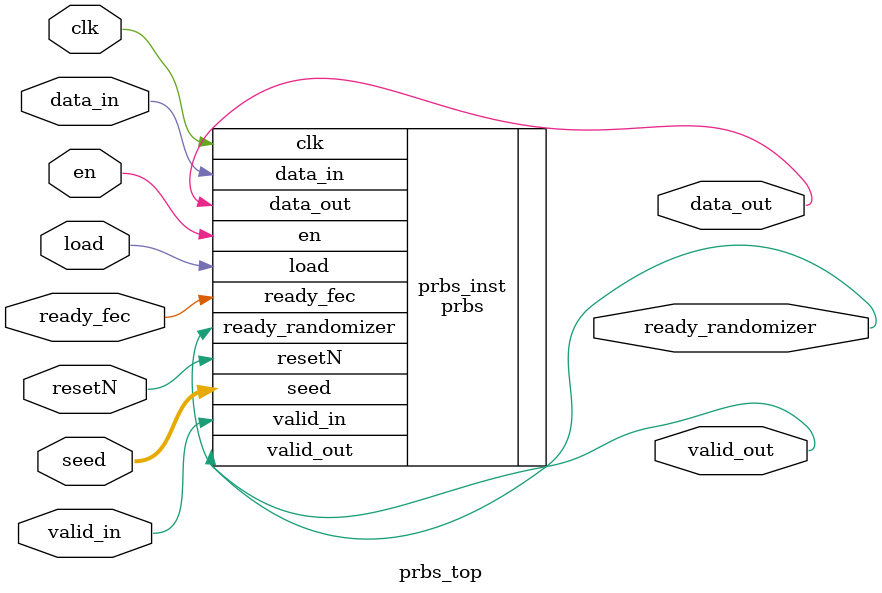
<source format=sv>
module prbs_top(
    input  logic        clk,
    input  logic        resetN,
    input  logic        data_in,    // From TB
    input  logic [1:15] seed,
    input  logic        load,
    input  logic        en,
    input  logic        valid_in,   // From TB
    input  logic        ready_fec,  // From FEC
    output logic        data_out,
    output logic        valid_out,
    output logic        ready_randomizer    // To TB
);

prbs prbs_inst (
    .data_in(data_in),
    .clk(clk),
    .resetN(resetN),
    .load(load),
    .en(en),
    .seed(seed),
    .valid_in(valid_in),
    .ready_fec(ready_fec),
    .data_out(data_out),
    .valid_out(valid_out),
    .ready_randomizer(ready_randomizer)
);

endmodule

</source>
